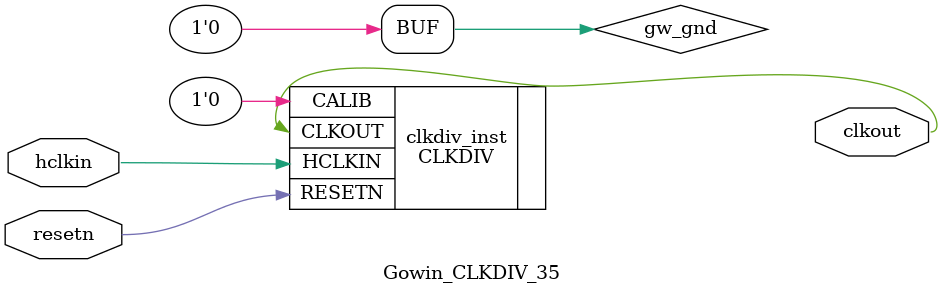
<source format=v>

module Gowin_CLKDIV_35 (clkout, hclkin, resetn);

output clkout;
input hclkin;
input resetn;

wire gw_gnd;

assign gw_gnd = 1'b0;

CLKDIV clkdiv_inst (
    .CLKOUT(clkout),
    .HCLKIN(hclkin),
    .RESETN(resetn),
    .CALIB(gw_gnd)
);

defparam clkdiv_inst.DIV_MODE = "3.5";
defparam clkdiv_inst.GSREN = "false";

endmodule //Gowin_CLKDIV_35

</source>
